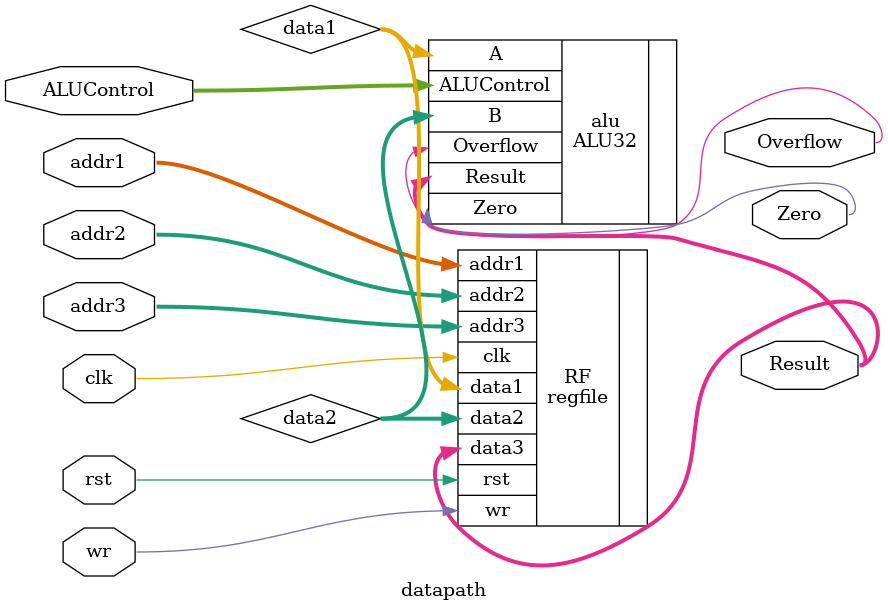
<source format=v>
module datapath(
    input clk,
    input rst,
    input wr,
    input [2:0] ALUControl,
    input [1:0] addr1, addr2, addr3,
    output [31:0] Result,
    output Zero,
    output Overflow
);

    wire [31:0] data1, data2;

    // Register file instance
    regfile RF (
        .addr1(addr1),
        .addr2(addr2),
        .addr3(addr3),
        .data1(data1),
        .data2(data2),
        .data3(Result),
        .clk(clk),
        .wr(wr),
        .rst(rst)
    );

    // ALU instance
    ALU32 alu (
        .A(data1),
        .B(data2),
        .ALUControl(ALUControl),
        .Result(Result),
        .Zero(Zero),
        .Overflow(Overflow)
    );

endmodule

</source>
